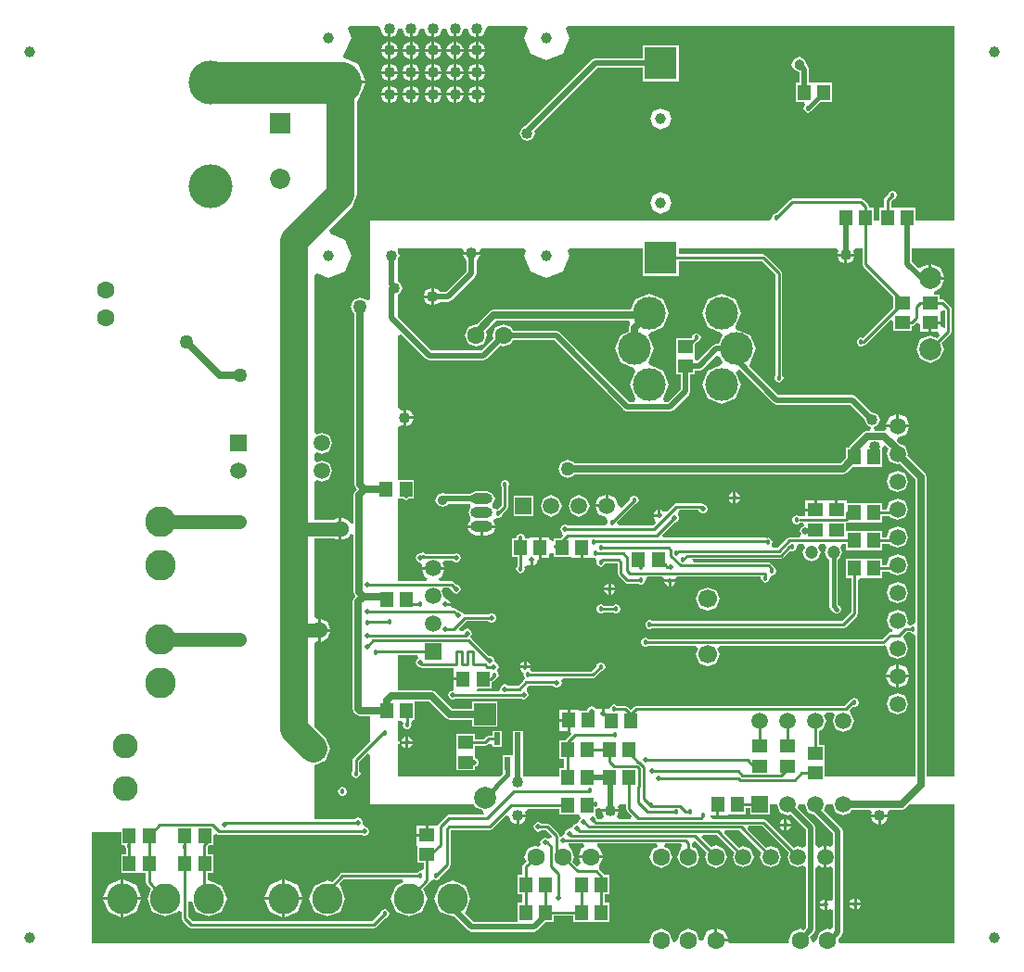
<source format=gbl>
%FSLAX25Y25*%
%MOIN*%
G70*
G01*
G75*
G04 Layer_Physical_Order=2*
G04 Layer_Color=16711680*
%ADD10R,0.04134X0.09449*%
%ADD11R,0.41929X0.35039*%
%ADD12R,0.01181X0.05906*%
%ADD13R,0.05906X0.01181*%
%ADD14R,0.04724X0.05512*%
%ADD15R,0.07874X0.03937*%
%ADD16O,0.02756X0.09843*%
%ADD17R,0.02362X0.04528*%
%ADD18R,0.11221X0.08465*%
%ADD19R,0.08465X0.11221*%
%ADD20R,0.12992X0.09449*%
%ADD21R,0.03937X0.09449*%
%ADD22O,0.02362X0.08858*%
%ADD23O,0.08858X0.02362*%
%ADD24R,0.06693X0.06693*%
%ADD25R,0.05512X0.04724*%
%ADD26R,0.06693X0.06693*%
%ADD27O,0.00984X0.06102*%
%ADD28O,0.06102X0.00984*%
%ADD29R,0.23228X0.21654*%
%ADD30R,0.07087X0.03543*%
%ADD31R,0.20276X0.09252*%
%ADD32C,0.01000*%
%ADD33C,0.02500*%
%ADD34C,0.02000*%
%ADD35C,0.05000*%
%ADD36C,0.15000*%
%ADD37C,0.10000*%
%ADD38C,0.01500*%
%ADD39C,0.07874*%
%ADD40C,0.06299*%
%ADD41R,0.05906X0.05906*%
%ADD42C,0.05906*%
%ADD43C,0.11000*%
%ADD44C,0.15748*%
%ADD45R,0.05906X0.05906*%
%ADD46C,0.03937*%
%ADD47C,0.07284*%
%ADD48R,0.07284X0.07284*%
%ADD49O,0.07874X0.03937*%
%ADD50O,0.07874X0.03937*%
%ADD51C,0.11811*%
%ADD52C,0.04724*%
%ADD53R,0.07874X0.07874*%
%ADD54C,0.07874*%
%ADD55C,0.06693*%
%ADD56C,0.09000*%
%ADD57C,0.02000*%
%ADD58C,0.04000*%
%ADD59C,0.01800*%
%ADD60C,0.05000*%
%ADD61C,0.06000*%
%ADD62C,0.03800*%
%ADD63C,0.02500*%
%ADD64C,0.03600*%
%ADD65C,0.15000*%
%ADD66R,0.11811X0.11811*%
G36*
X348110Y13701D02*
X306985D01*
X306329Y14683D01*
X306460Y15000D01*
X306269Y15461D01*
X307392Y16583D01*
X307899Y17808D01*
Y54192D01*
X307392Y55417D01*
X301121Y61687D01*
X301956Y63701D01*
X304265D01*
X305391Y60982D01*
X308110Y59855D01*
X310829Y60982D01*
X311126Y61698D01*
X317628D01*
X318284Y60716D01*
X318070Y60201D01*
X324150D01*
X323937Y60716D01*
X324593Y61698D01*
X328910D01*
X330326Y62285D01*
X331742Y63701D01*
X348110D01*
Y13701D01*
D02*
G37*
G36*
X229912Y62309D02*
X230260Y61467D01*
X232145Y59583D01*
X231693Y58491D01*
X227386D01*
X226808Y59673D01*
X227399Y61100D01*
X221319D01*
X221910Y59673D01*
X221332Y58491D01*
X219653D01*
X219400Y59102D01*
X219065Y60144D01*
X219065Y60144D01*
X219065D01*
X219065Y60144D01*
Y62047D01*
X219110Y62077D01*
X220222Y62538D01*
X221186Y62100D01*
X227399D01*
X227143Y62719D01*
X227799Y63701D01*
X229912D01*
Y62309D01*
D02*
G37*
G36*
X285391Y60982D02*
X288110Y59855D01*
X289098Y60264D01*
X294627Y54735D01*
Y48941D01*
X293446Y48152D01*
X291772Y48845D01*
X290243Y48212D01*
X280313Y58143D01*
X279471Y58491D01*
X261202D01*
X260338Y59673D01*
X260353Y59718D01*
X260561Y59945D01*
X262467D01*
Y63701D01*
X263467D01*
Y59945D01*
X266076D01*
X266076D01*
X266329Y59945D01*
Y59945D01*
X266329Y59945D01*
X267082Y60340D01*
X267083Y60340D01*
X267084Y60341D01*
X267091Y60345D01*
X268272Y60345D01*
X273016D01*
Y62510D01*
X274557D01*
Y60148D01*
X281663D01*
Y63701D01*
X284265D01*
X285391Y60982D01*
D02*
G37*
G36*
X348110Y73701D02*
X338113D01*
Y181449D01*
X337698Y182450D01*
X337526Y182865D01*
X331108Y189283D01*
X331405Y190000D01*
X330278Y192719D01*
X328307Y193535D01*
X327213Y194630D01*
X327724Y195790D01*
X330584Y196975D01*
X331630Y199500D01*
X323488D01*
X323593Y199245D01*
X322689Y198341D01*
X322660Y198353D01*
X319343D01*
X319108Y199534D01*
X320500Y200111D01*
X321324Y202101D01*
X320500Y204091D01*
X318510Y204915D01*
X318252Y204808D01*
X312535Y210525D01*
X311310Y211033D01*
X284828D01*
X274317Y221543D01*
X274548Y222702D01*
X274597Y222722D01*
X276659Y227701D01*
X274597Y232680D01*
X269784Y234673D01*
X269478Y235226D01*
X269303Y235834D01*
X271297Y240646D01*
X269234Y245625D01*
X264255Y247687D01*
X259276Y245625D01*
X257214Y240646D01*
X259276Y235667D01*
X264089Y233674D01*
X264394Y233120D01*
X264569Y232513D01*
X263293Y229433D01*
X262510D01*
X261286Y228925D01*
X255847Y223487D01*
X254666Y223766D01*
Y224501D01*
X254666Y224520D01*
Y225101D01*
Y225682D01*
X254666Y225701D01*
Y229373D01*
X255413Y230120D01*
X256458Y230553D01*
X256934Y231701D01*
X256458Y232849D01*
X255310Y233324D01*
X254162Y232849D01*
X253729Y231804D01*
X253532Y231606D01*
X247954D01*
Y225701D01*
X247954Y225682D01*
Y225101D01*
Y224520D01*
X247954Y224501D01*
Y218595D01*
X249578D01*
Y213218D01*
X244993Y208633D01*
X243572D01*
X243344Y209777D01*
X245407Y214756D01*
X243344Y219735D01*
X238532Y221728D01*
X238226Y222281D01*
X238051Y222888D01*
X240045Y227701D01*
X238051Y232513D01*
X238226Y233120D01*
X238532Y233674D01*
X243344Y235667D01*
X245407Y240646D01*
X243344Y245625D01*
X238365Y247687D01*
X233386Y245625D01*
X231762Y241703D01*
X182510D01*
X181094Y241117D01*
X176412Y236434D01*
X176110Y236559D01*
X173240Y235371D01*
X172052Y232501D01*
X173240Y229631D01*
X176110Y228442D01*
X178980Y229631D01*
X180169Y232501D01*
X179575Y233934D01*
X183340Y237698D01*
X230915D01*
X231226Y237237D01*
X231512Y236517D01*
X231001Y235284D01*
Y233913D01*
X228024Y232680D01*
X225962Y227701D01*
X228024Y222722D01*
X232837Y220728D01*
X233142Y220175D01*
X233317Y219568D01*
X231324Y214756D01*
X233386Y209777D01*
X233159Y208633D01*
X231228D01*
X206135Y233725D01*
X204910Y234233D01*
X189294D01*
X188823Y235371D01*
X185953Y236559D01*
X183083Y235371D01*
X181894Y232501D01*
X182366Y231363D01*
X178035Y227033D01*
X160028D01*
X148110Y238950D01*
Y247325D01*
X148799Y247610D01*
X149624Y249600D01*
X148799Y251590D01*
X148110Y251875D01*
Y260301D01*
X148524Y261301D01*
X148110Y262301D01*
Y263701D01*
X170863D01*
X171519Y262719D01*
X171470Y262601D01*
X177550D01*
X177501Y262719D01*
X178158Y263701D01*
X193345D01*
X194002Y262719D01*
X193389Y261240D01*
X195764Y255508D01*
X201496Y253133D01*
X207228Y255508D01*
X209603Y261240D01*
X208991Y262719D01*
X209647Y263701D01*
X236005D01*
Y253995D01*
X249016D01*
Y259310D01*
X278817D01*
X283720Y254408D01*
Y218346D01*
X283287Y217301D01*
X283762Y216153D01*
X284910Y215677D01*
X286058Y216153D01*
X286534Y217301D01*
X286101Y218346D01*
Y254901D01*
X285752Y255743D01*
X280152Y261343D01*
X279310Y261691D01*
X249016D01*
Y263701D01*
X305656D01*
X306312Y262719D01*
X305976Y261906D01*
X312056D01*
X311719Y262719D01*
X312375Y263701D01*
X314912D01*
Y258109D01*
X315261Y257267D01*
X325955Y246572D01*
Y242521D01*
X314969Y231535D01*
X314510Y231724D01*
X313362Y231249D01*
X312887Y230101D01*
X313362Y228953D01*
X314510Y228477D01*
X315658Y228953D01*
X315728Y229121D01*
X316061Y229259D01*
X324864Y238062D01*
X325955Y237610D01*
Y234144D01*
X332667D01*
Y235916D01*
X332716D01*
X333558Y236264D01*
X334374Y237081D01*
X335555Y236592D01*
Y233744D01*
X338811D01*
Y237106D01*
X339311D01*
Y237606D01*
X343067D01*
Y240215D01*
X343067Y240469D01*
X343067D01*
X342946Y240699D01*
X343055Y241063D01*
X344415Y241491D01*
X344520Y241408D01*
Y235346D01*
X344248Y235164D01*
X343067Y235796D01*
Y236606D01*
X339811D01*
Y233744D01*
X342142D01*
X342631Y232563D01*
X341593Y231525D01*
X339311Y232470D01*
X335839Y231032D01*
X334400Y227559D01*
X335839Y224087D01*
X339311Y222648D01*
X342784Y224087D01*
X344222Y227559D01*
X343277Y229841D01*
X346552Y233116D01*
X346901Y233958D01*
Y242101D01*
X346552Y242943D01*
X344460Y245035D01*
X343618Y245384D01*
X342667D01*
Y247155D01*
X340827D01*
X340592Y248336D01*
X343090Y249371D01*
X344448Y252650D01*
X339311D01*
Y253150D01*
X338811D01*
Y258286D01*
X335532Y256928D01*
X335032Y256829D01*
X332834Y259026D01*
Y263701D01*
X348110D01*
Y73701D01*
D02*
G37*
G36*
X295391Y60982D02*
X298015Y59895D01*
X304435Y53475D01*
Y49173D01*
X303453Y48517D01*
X302114Y49071D01*
Y45000D01*
Y40929D01*
X303453Y41483D01*
X304435Y40827D01*
Y29435D01*
X303254Y29200D01*
X303241Y29232D01*
X302210Y29658D01*
Y27701D01*
Y25743D01*
X303241Y26170D01*
X303254Y26202D01*
X304435Y25967D01*
Y19495D01*
X303254Y18706D01*
X302402Y19059D01*
X299532Y17870D01*
X298343Y15000D01*
X297480Y14265D01*
X296618Y15000D01*
X296146Y16138D01*
X297584Y17575D01*
X298091Y18800D01*
Y40930D01*
X299272Y41692D01*
X301114Y40929D01*
Y45000D01*
Y49071D01*
X299272Y48308D01*
X298091Y49071D01*
Y55452D01*
X297584Y56677D01*
X291588Y62672D01*
X292015Y63701D01*
X294265D01*
X295391Y60982D01*
D02*
G37*
G36*
X158086Y224076D02*
X159310Y223569D01*
X178753D01*
X179977Y224076D01*
X184815Y228914D01*
X185953Y228442D01*
X188823Y229631D01*
X189294Y230769D01*
X204193D01*
X229286Y205676D01*
X230510Y205169D01*
X245710D01*
X246935Y205676D01*
X252535Y211276D01*
X253042Y212501D01*
Y218595D01*
X254666D01*
Y219826D01*
X256367D01*
X257592Y220333D01*
X262370Y225111D01*
X263763Y224834D01*
X264569Y222888D01*
X264089Y221728D01*
X259276Y219735D01*
X257214Y214756D01*
X259276Y209777D01*
X264255Y207714D01*
X269234Y209777D01*
X271297Y214756D01*
X269450Y219214D01*
X270255Y220160D01*
X270813Y220149D01*
X282886Y208076D01*
X284110Y207569D01*
X310593D01*
X315803Y202359D01*
X315696Y202101D01*
X316520Y200111D01*
X317912Y199534D01*
X317677Y198353D01*
X316760D01*
X315344Y197767D01*
X310651Y193073D01*
X310230Y192057D01*
X309105D01*
Y188570D01*
X307038Y186503D01*
X211514D01*
X211361Y186873D01*
X208988Y187856D01*
X206615Y186873D01*
X205633Y184501D01*
X206615Y182128D01*
X208988Y181145D01*
X211361Y182128D01*
X211514Y182498D01*
X307867D01*
X309283Y183085D01*
X311543Y185345D01*
X315010D01*
X315029Y185345D01*
Y185345D01*
X316191D01*
Y185345D01*
X322116D01*
Y192057D01*
X322116D01*
X322116Y192057D01*
X322988Y192876D01*
X323208Y192971D01*
X324436Y191744D01*
X323714Y190000D01*
X324840Y187281D01*
X327559Y186155D01*
X328276Y186451D01*
X334108Y180619D01*
Y129307D01*
X332927Y128518D01*
X332910Y128524D01*
X331898Y128105D01*
X331569Y128253D01*
X331021Y129074D01*
X331405Y130000D01*
X330278Y132719D01*
X327559Y133845D01*
X324840Y132719D01*
X323714Y130000D01*
X324840Y127281D01*
X325826Y126873D01*
X325591Y125691D01*
X324910D01*
X324068Y125343D01*
X322017Y123292D01*
X261264D01*
X261152Y123338D01*
X257469D01*
X257356Y123292D01*
X237955D01*
X236910Y123724D01*
X235762Y123249D01*
X235287Y122101D01*
X235762Y120953D01*
X236910Y120477D01*
X237955Y120910D01*
X255090D01*
X255879Y119729D01*
X255039Y117701D01*
X256290Y114680D01*
X259310Y113429D01*
X262331Y114680D01*
X263582Y117701D01*
X262742Y119729D01*
X263531Y120910D01*
X322510D01*
X322875Y121061D01*
X323779Y120157D01*
X323714Y120000D01*
X324840Y117281D01*
X327559Y116155D01*
X330278Y117281D01*
X331405Y120000D01*
X330278Y122719D01*
X329857Y122894D01*
X329580Y124287D01*
X331003Y125710D01*
X331865D01*
X332910Y125277D01*
X332927Y125284D01*
X334108Y124495D01*
Y73701D01*
X301466D01*
Y78120D01*
X301466D01*
Y79282D01*
X301466D01*
Y85206D01*
X299301D01*
Y90349D01*
X300829Y90982D01*
X301956Y93701D01*
X301116Y95729D01*
X301882Y96910D01*
X304338D01*
X305105Y95729D01*
X304265Y93701D01*
X305391Y90982D01*
X308110Y89855D01*
X310829Y90982D01*
X311956Y93701D01*
X310829Y96420D01*
X310656Y96492D01*
X310379Y97885D01*
X311587Y99094D01*
X312110Y98877D01*
X313258Y99353D01*
X313734Y100501D01*
X313258Y101649D01*
X312110Y102124D01*
X310962Y101649D01*
X310911Y101526D01*
X310468Y101343D01*
X308417Y99291D01*
X233710D01*
X232868Y98943D01*
X231710Y97785D01*
X230552Y98943D01*
X229710Y99291D01*
X226755D01*
X225710Y99724D01*
X224562Y99249D01*
X224271Y98545D01*
X223420Y98121D01*
X222995Y98133D01*
X222210Y98458D01*
Y96501D01*
X221210D01*
Y98458D01*
X220383Y98116D01*
X219765Y98134D01*
X219020Y98319D01*
X218935Y98525D01*
X217710Y99033D01*
X216486Y98525D01*
X216043Y97457D01*
X213910D01*
X213745Y97457D01*
X212729Y97857D01*
X212712D01*
X212476Y97857D01*
X209867D01*
Y94101D01*
Y90345D01*
X209912D01*
X210401Y89164D01*
X208174Y86936D01*
X208141Y86856D01*
X206054D01*
Y80144D01*
X207825D01*
Y76856D01*
X206054D01*
Y73701D01*
X193154D01*
X193141Y73732D01*
X192883Y73839D01*
Y84615D01*
X192932D01*
Y90343D01*
X189370D01*
Y84615D01*
X189419D01*
Y82571D01*
X189192Y81484D01*
X185630D01*
Y75757D01*
X185630Y75757D01*
X185630D01*
X185523Y74620D01*
X184604Y73701D01*
X148110D01*
Y85514D01*
X148811Y85653D01*
Y86549D01*
X148110Y86688D01*
Y92975D01*
X148130Y93745D01*
X149316Y93907D01*
X149878Y92963D01*
X149687Y92501D01*
X150162Y91353D01*
X151310Y90877D01*
X152458Y91353D01*
X152934Y92501D01*
X152742Y92963D01*
X153446Y94144D01*
X154065D01*
Y99717D01*
X154065Y100856D01*
X155228Y100898D01*
X159281D01*
X165334Y94845D01*
X166750Y94259D01*
X174773D01*
Y91724D01*
X183847D01*
Y100798D01*
X174773D01*
Y98264D01*
X167579D01*
X161526Y104317D01*
X160110Y104903D01*
X148110D01*
Y117510D01*
X155142D01*
X155377Y116329D01*
X154886Y116125D01*
X154378Y114901D01*
X154886Y113676D01*
X156110Y113169D01*
X156249Y113226D01*
X156838Y112983D01*
X167066D01*
X168154Y112756D01*
Y112719D01*
X168154Y111802D01*
Y109500D01*
X171516D01*
Y108500D01*
X168154D01*
Y106024D01*
X168108Y105880D01*
X167852Y105065D01*
X167205Y104682D01*
X166586Y104425D01*
X166078Y103201D01*
X166586Y101976D01*
X167810Y101469D01*
X169035Y101976D01*
X169049Y102010D01*
X192065D01*
X193257Y101516D01*
X194482Y102023D01*
X194989Y103248D01*
X194482Y104473D01*
X194463Y104481D01*
X194213Y105620D01*
X194988Y106510D01*
X203805D01*
X203913Y106249D01*
X205138Y105742D01*
X206362Y106249D01*
X206870Y107473D01*
X206640Y108028D01*
X207394Y109209D01*
X218009D01*
X218851Y109558D01*
X221013Y111720D01*
X222058Y112153D01*
X222534Y113301D01*
X222058Y114449D01*
X220910Y114924D01*
X219762Y114449D01*
X219329Y113404D01*
X217516Y111591D01*
X196337D01*
X195494Y112643D01*
X195560Y112801D01*
X191861D01*
X192256Y111847D01*
X192747Y111644D01*
X193199Y110552D01*
X193135Y110400D01*
X193402Y109757D01*
X193611Y109252D01*
X193049Y108271D01*
X191270Y106491D01*
X187749D01*
X187735Y106525D01*
X186510Y107033D01*
X185286Y106525D01*
X184778Y105301D01*
X184171Y104392D01*
X176513D01*
X176207Y104919D01*
X176801Y105644D01*
X181565D01*
Y107874D01*
X182251Y108158D01*
X182748Y108655D01*
X183794Y109088D01*
X184269Y110236D01*
X183993Y110905D01*
X183735Y112076D01*
X184242Y113301D01*
X183735Y114525D01*
X183009Y114826D01*
X182740Y115475D01*
X182232Y116700D01*
X181008Y117207D01*
X180731Y117092D01*
X174712Y123111D01*
X174135Y124076D01*
X174642Y125301D01*
X174135Y126525D01*
X172910Y127033D01*
X171686Y126525D01*
X171493Y126061D01*
X170451D01*
X170012Y127119D01*
X172603Y129710D01*
X180472D01*
X180486Y129676D01*
X181710Y129169D01*
X182935Y129676D01*
X183442Y130901D01*
X182935Y132125D01*
X181710Y132633D01*
X180486Y132125D01*
X180472Y132091D01*
X172110D01*
X170969Y132842D01*
X170935Y132925D01*
X169710Y133433D01*
X169676Y133419D01*
X168952Y134143D01*
X168110Y134492D01*
X167637D01*
X167163Y135201D01*
X164910D01*
Y136201D01*
X166868D01*
X166441Y137232D01*
X164910Y137866D01*
X164366Y138918D01*
X163698Y140529D01*
X164488Y141710D01*
X166087D01*
X167178Y141301D01*
X167686Y140076D01*
X168910Y139569D01*
X170135Y140076D01*
X170642Y141301D01*
X170135Y142525D01*
X168910Y143033D01*
X168876Y143019D01*
X168152Y143743D01*
X167310Y144091D01*
X162898D01*
X162663Y145273D01*
X163636Y145676D01*
X164682Y148201D01*
X156539D01*
X157585Y145676D01*
X158558Y145273D01*
X158323Y144091D01*
X148110D01*
Y173945D01*
X149626D01*
X149706Y173753D01*
X150854Y173277D01*
X152002Y173753D01*
X152081Y173945D01*
X153816D01*
Y180657D01*
X148110D01*
Y199369D01*
X149291Y200159D01*
X150010Y199861D01*
Y202901D01*
Y205941D01*
X149291Y205643D01*
X148110Y206432D01*
Y232508D01*
X149202Y232961D01*
X158086Y224076D01*
D02*
G37*
G36*
X348110Y273701D02*
X334065D01*
Y278356D01*
X328140D01*
Y278356D01*
X326978D01*
Y278356D01*
X325206D01*
Y280713D01*
X325813Y281320D01*
X326858Y281753D01*
X327334Y282901D01*
X326858Y284049D01*
X325710Y284524D01*
X324562Y284049D01*
X324129Y283004D01*
X323174Y282048D01*
X322825Y281206D01*
Y278356D01*
X321054D01*
Y273701D01*
X319065D01*
Y278356D01*
X317293D01*
Y278909D01*
X316944Y279751D01*
X315352Y281343D01*
X314510Y281692D01*
X289710D01*
X288868Y281343D01*
X284008Y276482D01*
X282962Y276049D01*
X282487Y274901D01*
X282494Y274882D01*
X281705Y273701D01*
X138110D01*
Y245397D01*
X136929Y245162D01*
X136883Y245273D01*
X134510Y246256D01*
X132138Y245273D01*
X131155Y242901D01*
X132138Y240528D01*
X132508Y240375D01*
Y178901D01*
X133094Y177485D01*
X133278Y177301D01*
X132644Y176667D01*
X132058Y175251D01*
Y164978D01*
X130877Y164743D01*
X130372Y165962D01*
X127810Y167023D01*
Y162901D01*
Y158778D01*
X130372Y159839D01*
X130877Y161058D01*
X132058Y160824D01*
Y140151D01*
X132644Y138735D01*
X132752Y138628D01*
X132294Y138170D01*
X131708Y136754D01*
Y98101D01*
X132294Y96685D01*
X132895Y96084D01*
X134311Y95498D01*
X138110D01*
Y86585D01*
X132068Y80543D01*
X131720Y79701D01*
Y75946D01*
X131287Y74901D01*
X131762Y73753D01*
X132910Y73277D01*
X134058Y73753D01*
X134534Y74901D01*
X134101Y75946D01*
Y79208D01*
X137019Y82126D01*
X138110Y81674D01*
Y63701D01*
X175493D01*
X175838Y62868D01*
X178380Y61815D01*
X178930Y60338D01*
X178798Y60092D01*
X166510D01*
X165668Y59743D01*
X163006Y57081D01*
X162468Y56543D01*
X162468Y56543D01*
X162266Y56206D01*
X159010D01*
Y52844D01*
X158510D01*
Y52344D01*
X154754D01*
Y49482D01*
X154754D01*
X154754Y49482D01*
X154754Y49482D01*
X154754Y49482D01*
X155154Y48467D01*
D01*
Y42795D01*
X157320D01*
Y40502D01*
X156139Y39713D01*
X156110Y39724D01*
X155065Y39292D01*
X128110D01*
X127515Y39045D01*
X127268Y38943D01*
X124234Y35909D01*
X122559Y36603D01*
X117890Y34669D01*
X115956Y30000D01*
X117890Y25331D01*
X122559Y23397D01*
X127228Y25331D01*
X129162Y30000D01*
X127228Y34669D01*
X127084Y35391D01*
X128603Y36910D01*
X149625D01*
X149860Y35729D01*
X147300Y34669D01*
X145366Y30000D01*
X147300Y25331D01*
X151969Y23397D01*
X156637Y25331D01*
X158571Y30000D01*
X157131Y33478D01*
X159352Y35700D01*
X159622Y36350D01*
X160049Y36624D01*
X160882Y36820D01*
X161710Y36477D01*
X162858Y36953D01*
X163291Y37998D01*
X166552Y41259D01*
X166654Y41506D01*
X166901Y42101D01*
Y54408D01*
X167004Y54510D01*
X180910D01*
X181752Y54859D01*
X186772Y59879D01*
X187981Y59417D01*
X188814Y57405D01*
X190610Y56661D01*
Y59701D01*
X191110D01*
Y60201D01*
X194150D01*
X193766Y61128D01*
X194555Y62309D01*
X206054D01*
Y60144D01*
X211978D01*
Y60144D01*
X213140D01*
X213257Y59988D01*
X213534Y58825D01*
X213145Y57885D01*
X212661Y57298D01*
X212074Y56814D01*
X211135Y56425D01*
X210886Y55824D01*
X209710Y55033D01*
X208486Y54525D01*
X208096Y53585D01*
X207310Y52633D01*
X206442Y52273D01*
X206101Y52501D01*
X205752Y53343D01*
X202552Y56543D01*
X201710Y56892D01*
X199749D01*
X199735Y56925D01*
X198510Y57433D01*
X197286Y56925D01*
X196779Y55701D01*
X197286Y54476D01*
X198510Y53969D01*
X199735Y54476D01*
X199749Y54510D01*
X201217D01*
X203318Y52410D01*
X203226Y51771D01*
X201978Y51390D01*
X200910Y51833D01*
X199686Y51325D01*
X199179Y50101D01*
X199396Y49576D01*
X198492Y48672D01*
X197559Y49059D01*
X194689Y47870D01*
X193501Y45000D01*
X194196Y43321D01*
X193174Y42299D01*
X192825Y41457D01*
Y38356D01*
X191054D01*
Y31644D01*
X192825D01*
Y28356D01*
X191054D01*
Y21644D01*
X189960Y21433D01*
X175228D01*
X172079Y24582D01*
X172228Y25331D01*
X174162Y30000D01*
X172228Y34669D01*
X167559Y36603D01*
X162890Y34669D01*
X160957Y30000D01*
X162890Y25331D01*
X167559Y23397D01*
X168129Y23633D01*
X173286Y18476D01*
X174510Y17969D01*
X196910D01*
X198135Y18476D01*
X201303Y21644D01*
X204065D01*
Y23809D01*
X211054D01*
Y21644D01*
X216959D01*
X216978Y21644D01*
X217559D01*
X218140D01*
X218159Y21644D01*
X224065D01*
Y28356D01*
X222293D01*
Y31644D01*
X224065D01*
Y38356D01*
X222108D01*
X221944Y38751D01*
X220229Y40466D01*
X220201Y41004D01*
X220283Y41767D01*
X220420Y41824D01*
X221529Y44500D01*
X212960D01*
X213573Y43019D01*
X212850Y41677D01*
X212479Y41606D01*
X210765Y43321D01*
X211460Y45000D01*
X210272Y47870D01*
X209800Y48065D01*
X209287Y49556D01*
X209375Y49710D01*
X214686D01*
X214921Y48529D01*
X214068Y48176D01*
X212960Y45500D01*
X221529D01*
X220420Y48176D01*
X219568Y48529D01*
X219803Y49710D01*
X241046D01*
X241281Y48529D01*
X239689Y47870D01*
X238501Y45000D01*
X239689Y42130D01*
X242559Y40942D01*
X245429Y42130D01*
X246618Y45000D01*
X245429Y47870D01*
X243837Y48529D01*
X244072Y49710D01*
X249686D01*
X250005Y49344D01*
X249673Y47928D01*
X249532Y47870D01*
X248343Y45000D01*
X249532Y42130D01*
X252402Y40942D01*
X255272Y42130D01*
X256460Y45000D01*
X255272Y47870D01*
X253592Y48565D01*
Y49810D01*
X254600Y50462D01*
X255039Y50522D01*
X258881Y46679D01*
X258186Y45000D01*
X259374Y42130D01*
X262244Y40942D01*
X265114Y42130D01*
X266303Y45000D01*
X265114Y47870D01*
X262244Y49059D01*
X260565Y48363D01*
X257109Y51819D01*
X257561Y52910D01*
X262493D01*
X268874Y46529D01*
X268241Y45000D01*
X269368Y42281D01*
X272087Y41155D01*
X274806Y42281D01*
X275932Y45000D01*
X274806Y47719D01*
X272087Y48845D01*
X270558Y48212D01*
X265352Y53419D01*
X265804Y54510D01*
X270735D01*
X278717Y46529D01*
X278084Y45000D01*
X279210Y42281D01*
X281929Y41155D01*
X284648Y42281D01*
X285775Y45000D01*
X284648Y47719D01*
X281929Y48845D01*
X280401Y48212D01*
X273594Y55019D01*
X274046Y56110D01*
X278978D01*
X288559Y46529D01*
X287926Y45000D01*
X289053Y42281D01*
X291772Y41155D01*
X293446Y41848D01*
X294627Y41059D01*
Y19517D01*
X293697Y18587D01*
X292559Y19059D01*
X289689Y17870D01*
X288501Y15000D01*
X288632Y14683D01*
X287976Y13701D01*
X267261D01*
X266726Y14500D01*
X262244D01*
Y15000D01*
X261744D01*
Y19284D01*
X259068Y18176D01*
X257753Y15000D01*
X257106Y14752D01*
X256460Y15000D01*
X255272Y17870D01*
X252402Y19059D01*
X249532Y17870D01*
X248343Y15000D01*
X247480Y14265D01*
X246618Y15000D01*
X245429Y17870D01*
X242559Y19059D01*
X239689Y17870D01*
X238501Y15000D01*
X238632Y14683D01*
X237976Y13701D01*
X38110D01*
Y53701D01*
X48554D01*
Y49144D01*
X49600D01*
X49892Y48706D01*
X50325Y47661D01*
Y45856D01*
X48554D01*
Y39144D01*
X54478D01*
Y39144D01*
X55640D01*
Y39144D01*
X57412D01*
Y35866D01*
X57761Y35024D01*
X59307Y33478D01*
X57866Y30000D01*
X59800Y25331D01*
X64469Y23397D01*
X69137Y25331D01*
X69167Y25402D01*
X70325Y25172D01*
Y22695D01*
X70674Y21853D01*
X72868Y19659D01*
X73710Y19310D01*
X139310D01*
X140152Y19659D01*
X143413Y22920D01*
X144458Y23353D01*
X144934Y24501D01*
X144458Y25649D01*
X143310Y26124D01*
X142162Y25649D01*
X141729Y24604D01*
X138817Y21691D01*
X74203D01*
X72706Y23189D01*
Y28725D01*
X73887Y28960D01*
X75390Y25331D01*
X80059Y23397D01*
X84728Y25331D01*
X86662Y30000D01*
X84728Y34669D01*
X80059Y36603D01*
X79701Y36842D01*
Y39144D01*
X81565D01*
Y45856D01*
X79701D01*
Y48808D01*
X80037Y49144D01*
X81565D01*
Y50231D01*
X81842Y50901D01*
X81565Y51571D01*
Y52858D01*
X82746Y53347D01*
X82833Y53259D01*
X83675Y52910D01*
X134872D01*
X134886Y52876D01*
X136110Y52369D01*
X137335Y52876D01*
X137842Y54101D01*
X137335Y55325D01*
X136110Y55833D01*
X135209Y56738D01*
X135442Y57301D01*
X134935Y58525D01*
X133710Y59033D01*
X132486Y58525D01*
X132472Y58491D01*
X118110D01*
Y77805D01*
X121996Y79415D01*
X123772Y83701D01*
X121996Y87987D01*
X118110Y91873D01*
Y121737D01*
X119092Y122393D01*
X119186Y122354D01*
Y126476D01*
Y130599D01*
X119092Y130560D01*
X118110Y131216D01*
Y159545D01*
X124959D01*
X126810Y158778D01*
Y162901D01*
Y167023D01*
X124959Y166256D01*
X118110D01*
Y179828D01*
X119092Y180484D01*
X120610Y179855D01*
X123329Y180982D01*
X124456Y183701D01*
X123329Y186420D01*
X120610Y187546D01*
X119092Y186918D01*
X118110Y187574D01*
Y189828D01*
X119092Y190484D01*
X120610Y189855D01*
X123329Y190982D01*
X124456Y193701D01*
X123329Y196420D01*
X120610Y197546D01*
X119092Y196918D01*
X118110Y197574D01*
Y254158D01*
X119092Y254814D01*
X123150Y253133D01*
X128882Y255508D01*
X131256Y261240D01*
X128882Y266973D01*
X123635Y269146D01*
X123257Y270438D01*
X131596Y278778D01*
X133372Y283064D01*
Y316913D01*
X133816Y317097D01*
X136303Y323102D01*
X127310D01*
Y324102D01*
X136303D01*
X133816Y330108D01*
X128329Y332381D01*
Y333659D01*
X128832Y333868D01*
X131207Y339600D01*
X129915Y342719D01*
X130571Y343701D01*
X141129D01*
X141663Y342901D01*
X142614Y340605D01*
X144410Y339861D01*
Y342901D01*
X145410D01*
Y339861D01*
X147206Y340605D01*
X148142Y342863D01*
X148231Y342901D01*
X149464D01*
X149553Y342863D01*
X150488Y340605D01*
X152284Y339861D01*
Y342901D01*
X153284D01*
Y339861D01*
X155080Y340605D01*
X156016Y342863D01*
X156105Y342901D01*
X157338D01*
X157427Y342863D01*
X158362Y340605D01*
X160158Y339861D01*
Y342901D01*
X161158D01*
Y339861D01*
X162954Y340605D01*
X163890Y342863D01*
X163979Y342901D01*
X165212D01*
X165301Y342863D01*
X166236Y340605D01*
X168032Y339861D01*
Y342901D01*
X169032D01*
Y339861D01*
X170828Y340605D01*
X171764Y342863D01*
X171853Y342901D01*
X173086D01*
X173175Y342863D01*
X174110Y340605D01*
X175906Y339861D01*
Y342901D01*
X176906D01*
Y339861D01*
X178702Y340605D01*
X179654Y342901D01*
X180188Y343701D01*
X194030D01*
X194687Y342719D01*
X193389Y339587D01*
X195764Y333854D01*
X201496Y331480D01*
X207228Y333854D01*
X209603Y339587D01*
X208306Y342719D01*
X208962Y343701D01*
X348110D01*
Y273701D01*
D02*
G37*
%LPC*%
G36*
X223610Y143259D02*
X222580Y142832D01*
X222153Y141801D01*
X223610D01*
Y143259D01*
D02*
G37*
G36*
X224610D02*
Y141801D01*
X226068D01*
X225641Y142832D01*
X224610Y143259D01*
D02*
G37*
G36*
X192067Y161281D02*
X190919Y160806D01*
X190443Y159658D01*
X190376Y159557D01*
X189105D01*
Y152845D01*
X190876D01*
Y149589D01*
X190443Y148544D01*
X190919Y147396D01*
X192067Y146921D01*
X193215Y147396D01*
X193691Y148544D01*
X193450Y149124D01*
X193632Y149574D01*
X195065Y149969D01*
X195610Y149743D01*
Y151701D01*
X196610D01*
Y149743D01*
X197641Y150170D01*
X198275Y151701D01*
X198654Y152267D01*
Y156201D01*
Y159957D01*
X196045D01*
X196045D01*
X195791Y159957D01*
Y159957D01*
X195791Y159957D01*
X195038Y159562D01*
X195037Y159561D01*
X195037Y159561D01*
X195029Y159557D01*
X193848Y159557D01*
X193758D01*
X193691Y159658D01*
X193215Y160806D01*
X192067Y161281D01*
D02*
G37*
G36*
X247758Y143800D02*
X246300D01*
Y142342D01*
X247331Y142769D01*
X247758Y143800D01*
D02*
G37*
G36*
X245300D02*
X243842D01*
X244269Y142769D01*
X245300Y142342D01*
Y143800D01*
D02*
G37*
G36*
X123808Y125976D02*
X120186D01*
Y122354D01*
X122747Y123415D01*
X123808Y125976D01*
D02*
G37*
G36*
X120186Y130599D02*
Y126976D01*
X123808D01*
X122747Y129538D01*
X120186Y130599D01*
D02*
G37*
G36*
X194210Y115150D02*
Y113801D01*
X195560D01*
X195165Y114755D01*
X194210Y115150D01*
D02*
G37*
G36*
X328059Y114071D02*
Y110500D01*
X331630D01*
X330584Y113025D01*
X328059Y114071D01*
D02*
G37*
G36*
X193210Y115150D02*
X192256Y114755D01*
X191861Y113801D01*
X193210D01*
Y115150D01*
D02*
G37*
G36*
X223610Y140801D02*
X222153D01*
X222580Y139770D01*
X223610Y139343D01*
Y140801D01*
D02*
G37*
G36*
X226068D02*
X224610D01*
Y139343D01*
X225641Y139770D01*
X226068Y140801D01*
D02*
G37*
G36*
X327559Y143845D02*
X324840Y142719D01*
X323714Y140000D01*
X324840Y137281D01*
X327559Y136155D01*
X330278Y137281D01*
X331405Y140000D01*
X330278Y142719D01*
X327559Y143845D01*
D02*
G37*
G36*
X259310Y141972D02*
X256290Y140721D01*
X255039Y137701D01*
X256290Y134680D01*
X259310Y133429D01*
X262331Y134680D01*
X263582Y137701D01*
X262331Y140721D01*
X259310Y141972D01*
D02*
G37*
G36*
X226510Y135724D02*
X225465Y135292D01*
X221955D01*
X220910Y135724D01*
X219762Y135249D01*
X219287Y134101D01*
X219762Y132953D01*
X220910Y132477D01*
X221955Y132910D01*
X225465D01*
X226510Y132477D01*
X227658Y132953D01*
X228134Y134101D01*
X227658Y135249D01*
X226510Y135724D01*
D02*
G37*
G36*
X222610Y175272D02*
X220085Y174226D01*
X219039Y171701D01*
X222610D01*
Y175272D01*
D02*
G37*
G36*
X268410Y173601D02*
X266953D01*
X267380Y172570D01*
X268410Y172143D01*
Y173601D01*
D02*
G37*
G36*
X186510Y180524D02*
X185362Y180049D01*
X184887Y178901D01*
X185320Y177856D01*
Y171394D01*
X184008Y170082D01*
X183630Y169925D01*
X182159Y170389D01*
X182045Y170667D01*
X182119Y171914D01*
X182859Y173701D01*
X182045Y175667D01*
X180079Y176481D01*
X176142D01*
X174176Y175667D01*
X174079Y175433D01*
X165235D01*
X164110Y175899D01*
X162273Y175138D01*
X161513Y173301D01*
X162273Y171464D01*
X164110Y170703D01*
X165947Y171464D01*
X166156Y171969D01*
X174079D01*
X174176Y171735D01*
X174176Y170667D01*
X173362Y168701D01*
X173949Y167284D01*
X173870Y165973D01*
X173136Y164201D01*
X183085D01*
X182470Y165686D01*
X182700Y166380D01*
X183993Y166926D01*
X184110Y166877D01*
X185258Y167353D01*
X185691Y168398D01*
X187352Y170059D01*
X187701Y170901D01*
Y177856D01*
X188134Y178901D01*
X187658Y180049D01*
X186510Y180524D01*
D02*
G37*
G36*
X297610Y173106D02*
X294354D01*
Y170244D01*
X297610D01*
Y173106D01*
D02*
G37*
G36*
X270868Y173601D02*
X269410D01*
Y172143D01*
X270441Y172570D01*
X270868Y173601D01*
D02*
G37*
G36*
X327559Y183845D02*
X324840Y182719D01*
X323714Y180000D01*
X324840Y177281D01*
X327559Y176155D01*
X330278Y177281D01*
X331405Y180000D01*
X330278Y182719D01*
X327559Y183845D01*
D02*
G37*
G36*
X153550Y202401D02*
X151010D01*
Y199861D01*
X152806Y200605D01*
X153550Y202401D01*
D02*
G37*
G36*
X268410Y176058D02*
X267380Y175632D01*
X266953Y174601D01*
X268410D01*
Y176058D01*
D02*
G37*
G36*
X269410D02*
Y174601D01*
X270868D01*
X270441Y175632D01*
X269410Y176058D01*
D02*
G37*
G36*
X177610Y163201D02*
X173136D01*
X173870Y161429D01*
X176142Y160488D01*
X177610D01*
Y163201D01*
D02*
G37*
G36*
X183085D02*
X178610D01*
Y160488D01*
X180079D01*
X182351Y161429D01*
X183085Y163201D01*
D02*
G37*
G36*
X327559Y153846D02*
X324840Y152719D01*
X323714Y150000D01*
X323641Y149891D01*
X322116D01*
Y152057D01*
X316210D01*
X316191Y152057D01*
X315610D01*
X315029D01*
X315010Y152057D01*
X309105D01*
Y145345D01*
X310876D01*
Y132951D01*
X307617Y129692D01*
X239556D01*
X238510Y130124D01*
X237362Y129649D01*
X236887Y128501D01*
X237362Y127353D01*
X238510Y126877D01*
X239556Y127310D01*
X308110D01*
X308952Y127659D01*
X312909Y131616D01*
X313011Y131862D01*
X313258Y132457D01*
Y144510D01*
X314093Y145345D01*
X315010D01*
X315029Y145345D01*
X315610D01*
X316191D01*
X316210Y145345D01*
X322116D01*
Y147510D01*
X324745D01*
X324840Y147281D01*
X327559Y146155D01*
X330278Y147281D01*
X331405Y150000D01*
X330278Y152719D01*
X327559Y153846D01*
D02*
G37*
G36*
X156910Y154491D02*
X156196Y154196D01*
X156109Y154232D01*
X154885Y153725D01*
X154378Y152500D01*
X154885Y151276D01*
X156109Y150768D01*
X156772Y149764D01*
X156539Y149201D01*
X164682D01*
X164110Y150581D01*
X164766Y151563D01*
X167567D01*
X167686Y151276D01*
X168910Y150769D01*
X170135Y151276D01*
X170642Y152501D01*
X170135Y153725D01*
X168910Y154233D01*
X168214Y153944D01*
X157951D01*
X157752Y154143D01*
X156910Y154491D01*
D02*
G37*
G36*
X223610Y175272D02*
Y171201D01*
X223110D01*
Y170701D01*
X219039D01*
X220085Y168175D01*
X222815Y167045D01*
X223506Y165831D01*
X223287Y165301D01*
X223298Y165273D01*
X222509Y164092D01*
X209349D01*
X209335Y164125D01*
X208110Y164633D01*
X206886Y164125D01*
X206379Y162901D01*
X206886Y161676D01*
X206976Y161639D01*
X207206Y160480D01*
X206282Y159557D01*
X204105D01*
Y158765D01*
X203697Y158464D01*
X202516Y159061D01*
Y159957D01*
X199654D01*
Y156201D01*
Y152445D01*
X202516D01*
Y153940D01*
X203697Y154537D01*
X204105Y154237D01*
Y152845D01*
X208848D01*
X210029Y152845D01*
X210037Y152841D01*
X210038Y152840D01*
X210038Y152840D01*
X210791Y152445D01*
X210791Y152445D01*
Y152445D01*
X211045Y152445D01*
X213654D01*
Y156201D01*
X214654D01*
Y152445D01*
X217516D01*
X217516Y152445D01*
Y152445D01*
X218697Y152577D01*
X218733Y152563D01*
X218957Y152443D01*
X219491Y151427D01*
X219262Y150876D01*
X219738Y149728D01*
X220886Y149253D01*
X222034Y149728D01*
X222358Y150510D01*
X226817D01*
X226920Y150408D01*
Y146901D01*
X227268Y146059D01*
X229668Y143659D01*
X230510Y143310D01*
X234265D01*
X235310Y142877D01*
X236458Y143353D01*
X236934Y144501D01*
X236922Y144529D01*
X237711Y145710D01*
X243156D01*
X243765Y144800D01*
X247835D01*
X248444Y145710D01*
X278213D01*
X278487Y145301D01*
X278962Y144153D01*
X280110Y143677D01*
X281258Y144153D01*
X281734Y145301D01*
X282510Y146077D01*
X283658Y146553D01*
X284134Y147701D01*
X283658Y148849D01*
X283536Y148900D01*
X283352Y149343D01*
X282152Y150543D01*
X281310Y150891D01*
X254435D01*
X253803Y152073D01*
X253829Y152110D01*
X285573D01*
X286415Y152459D01*
X289090Y155134D01*
X289710Y154877D01*
X290858Y155353D01*
X291334Y156501D01*
X291323Y156528D01*
X291979Y157510D01*
X293559D01*
X294205Y156329D01*
X293467Y154547D01*
X294406Y152280D01*
X296673Y151341D01*
X298940Y152280D01*
X299880Y154547D01*
X299142Y156329D01*
X299788Y157510D01*
X301433D01*
X302079Y156329D01*
X301341Y154547D01*
X302280Y152280D01*
X303086Y151946D01*
Y135264D01*
X303086Y135264D01*
X303514Y134231D01*
X304500Y133245D01*
X304662Y132853D01*
X305810Y132377D01*
X306958Y132853D01*
X307434Y134001D01*
X306958Y135149D01*
X306566Y135311D01*
X306009Y135869D01*
Y151946D01*
X306815Y152280D01*
X307754Y154547D01*
X307015Y156329D01*
X307662Y157510D01*
X309105D01*
Y155345D01*
X315010D01*
X315029Y155345D01*
X315610D01*
X316191D01*
X316210Y155345D01*
X322116D01*
Y157510D01*
X324745D01*
X324840Y157281D01*
X327559Y156155D01*
X330278Y157281D01*
X331405Y160000D01*
X330278Y162719D01*
X327559Y163846D01*
X324840Y162719D01*
X323714Y160000D01*
X323641Y159891D01*
X322116D01*
Y162057D01*
X316210D01*
X316191Y162057D01*
X315610D01*
X315029D01*
X315010Y162057D01*
X309105D01*
X308966Y163180D01*
Y165091D01*
X309466D01*
X310079Y165345D01*
X315010D01*
X315029Y165345D01*
X315610D01*
X316191D01*
X316210Y165345D01*
X322116D01*
Y167510D01*
X324745D01*
X324840Y167281D01*
X327559Y166155D01*
X330278Y167281D01*
X331405Y170000D01*
X330278Y172719D01*
X327559Y173846D01*
X324840Y172719D01*
X323714Y170000D01*
X323641Y169892D01*
X322116D01*
Y172057D01*
X316210D01*
X316191Y172057D01*
X315610D01*
X315029D01*
X315010Y172057D01*
X309366D01*
Y173106D01*
X306110D01*
Y169744D01*
X305110D01*
Y173106D01*
X298610D01*
Y169744D01*
X298110D01*
Y169244D01*
X294354D01*
Y167473D01*
X292291D01*
X292105Y167395D01*
X291310Y167724D01*
X290162Y167249D01*
X289687Y166101D01*
X290162Y164953D01*
X291310Y164477D01*
X292458Y164953D01*
X292516Y165091D01*
X293809D01*
X294044Y163910D01*
X293094Y163517D01*
X292508Y162101D01*
X292934Y161073D01*
X292345Y159891D01*
X288710D01*
X287868Y159543D01*
X284417Y156091D01*
X282740D01*
X282191Y157273D01*
X282534Y158101D01*
X282058Y159249D01*
X280910Y159724D01*
X280670Y159625D01*
X280510Y159692D01*
X243328D01*
X242876Y160783D01*
X247276Y165183D01*
X247310Y165169D01*
X248535Y165676D01*
X249042Y166901D01*
X248535Y168125D01*
X248879Y169254D01*
X249267Y169710D01*
X256140D01*
X256486Y168876D01*
X257710Y168369D01*
X258935Y168876D01*
X259442Y170101D01*
X258935Y171325D01*
X257710Y171833D01*
X257623Y171796D01*
X256910Y172091D01*
X248110D01*
X247268Y171743D01*
X244600Y169074D01*
X243442Y169305D01*
X243431Y169331D01*
X242400Y169758D01*
Y167800D01*
X241900D01*
Y167300D01*
X239942D01*
X240369Y166269D01*
X240395Y166259D01*
X240626Y165100D01*
X239617Y164092D01*
X227311D01*
X226584Y165074D01*
X226566Y165273D01*
X233013Y171720D01*
X234058Y172153D01*
X234534Y173301D01*
X234058Y174449D01*
X232910Y174924D01*
X231762Y174449D01*
X231329Y173404D01*
X228300Y170375D01*
X227318Y171031D01*
X227389Y171201D01*
X226136Y174226D01*
X223610Y175272D01*
D02*
G37*
G36*
X196663Y174754D02*
X189558D01*
Y167648D01*
X196663D01*
Y174754D01*
D02*
G37*
G36*
X241400Y169758D02*
X240369Y169331D01*
X239942Y168300D01*
X241400D01*
Y169758D01*
D02*
G37*
G36*
X203110Y175046D02*
X200391Y173920D01*
X199265Y171201D01*
X200391Y168482D01*
X203110Y167355D01*
X205829Y168482D01*
X206956Y171201D01*
X205829Y173920D01*
X203110Y175046D01*
D02*
G37*
G36*
X213110D02*
X210391Y173920D01*
X209265Y171201D01*
X210391Y168482D01*
X213110Y167355D01*
X215829Y168482D01*
X216956Y171201D01*
X215829Y173920D01*
X213110Y175046D01*
D02*
G37*
G36*
X48378Y36829D02*
X43903Y34975D01*
X42050Y30500D01*
X48378D01*
Y36829D01*
D02*
G37*
G36*
X49378D02*
Y30500D01*
X55706D01*
X53853Y34975D01*
X49378Y36829D01*
D02*
G37*
G36*
X311859Y29958D02*
X310828Y29531D01*
X310401Y28500D01*
X311859D01*
Y29958D01*
D02*
G37*
G36*
X312859D02*
Y28500D01*
X314317D01*
X313890Y29531D01*
X312859Y29958D01*
D02*
G37*
G36*
X158010Y56206D02*
X154754D01*
Y53344D01*
X158010D01*
Y56206D01*
D02*
G37*
G36*
X286810Y56001D02*
X285353D01*
X285780Y54970D01*
X286810Y54543D01*
Y56001D01*
D02*
G37*
G36*
X106469Y36829D02*
X101994Y34975D01*
X100140Y30500D01*
X106469D01*
Y36829D01*
D02*
G37*
G36*
X107469D02*
Y30500D01*
X113797D01*
X111943Y34975D01*
X107469Y36829D01*
D02*
G37*
G36*
X301210Y29658D02*
X300180Y29232D01*
X299753Y28201D01*
X301210D01*
Y29658D01*
D02*
G37*
G36*
X55706Y29500D02*
X49378D01*
Y23172D01*
X53853Y25025D01*
X55706Y29500D01*
D02*
G37*
G36*
X106469D02*
X100140D01*
X101994Y25025D01*
X106469Y23172D01*
Y29500D01*
D02*
G37*
G36*
X262744Y19284D02*
Y15500D01*
X266529D01*
X265420Y18176D01*
X262744Y19284D01*
D02*
G37*
G36*
X48378Y29500D02*
X42050D01*
X43903Y25025D01*
X48378Y23172D01*
Y29500D01*
D02*
G37*
G36*
X311859Y27500D02*
X310401D01*
X310828Y26469D01*
X311859Y26042D01*
Y27500D01*
D02*
G37*
G36*
X314317D02*
X312859D01*
Y26042D01*
X313890Y26469D01*
X314317Y27500D01*
D02*
G37*
G36*
X113797Y29500D02*
X107469D01*
Y23172D01*
X111943Y25025D01*
X113797Y29500D01*
D02*
G37*
G36*
X301210Y27201D02*
X299753D01*
X300180Y26170D01*
X301210Y25743D01*
Y27201D01*
D02*
G37*
G36*
X289268Y56001D02*
X287810D01*
Y54543D01*
X288841Y54970D01*
X289268Y56001D01*
D02*
G37*
G36*
X208867Y93601D02*
X206005D01*
Y90345D01*
X208867D01*
Y93601D01*
D02*
G37*
G36*
Y97857D02*
X206005D01*
Y94601D01*
X208867D01*
Y97857D01*
D02*
G37*
G36*
X151810Y88059D02*
Y86601D01*
X153268D01*
X152841Y87632D01*
X151810Y88059D01*
D02*
G37*
G36*
X185452Y90343D02*
X181890D01*
Y88669D01*
X180688D01*
X179846Y88321D01*
X178809Y87284D01*
X175767D01*
Y89055D01*
X169055D01*
Y83150D01*
X169055Y83131D01*
Y82550D01*
Y81969D01*
X169055Y81950D01*
Y76044D01*
X175767D01*
Y77358D01*
X176535Y77676D01*
X177042Y78901D01*
X176535Y80125D01*
X175767Y80444D01*
Y81950D01*
X175767Y81969D01*
Y82550D01*
Y83131D01*
X175767Y83150D01*
Y84902D01*
X179302D01*
X180144Y85251D01*
X180709Y85816D01*
X181890Y85326D01*
Y84615D01*
X185452D01*
Y90343D01*
D02*
G37*
G36*
X331630Y109500D02*
X328059D01*
Y105929D01*
X330584Y106975D01*
X331630Y109500D01*
D02*
G37*
G36*
X327059Y114071D02*
X324534Y113025D01*
X323488Y110500D01*
X327059D01*
Y114071D01*
D02*
G37*
G36*
X327559Y103846D02*
X324840Y102719D01*
X323714Y100000D01*
X324840Y97281D01*
X327559Y96155D01*
X330278Y97281D01*
X331405Y100000D01*
X330278Y102719D01*
X327559Y103846D01*
D02*
G37*
G36*
X327059Y109500D02*
X323488D01*
X324534Y106975D01*
X327059Y105929D01*
Y109500D01*
D02*
G37*
G36*
X150810Y88059D02*
X149780Y87632D01*
X149448Y86830D01*
Y86830D01*
X149353Y86601D01*
X150810D01*
Y88059D01*
D02*
G37*
G36*
X324150Y59201D02*
X321610D01*
Y56661D01*
X323406Y57405D01*
X324150Y59201D01*
D02*
G37*
G36*
X286810Y58459D02*
X285780Y58032D01*
X285353Y57001D01*
X286810D01*
Y58459D01*
D02*
G37*
G36*
X194150Y59201D02*
X191610D01*
Y56661D01*
X193406Y57405D01*
X194150Y59201D01*
D02*
G37*
G36*
X320610D02*
X318070D01*
X318814Y57405D01*
X320610Y56661D01*
Y59201D01*
D02*
G37*
G36*
X150810Y85601D02*
X149353D01*
X149448Y85372D01*
Y85372D01*
X149780Y84570D01*
X150810Y84143D01*
Y85601D01*
D02*
G37*
G36*
X153268D02*
X151810D01*
Y84143D01*
X152841Y84570D01*
X153268Y85601D01*
D02*
G37*
G36*
X287810Y58459D02*
Y57001D01*
X289268D01*
X288841Y58032D01*
X287810Y58459D01*
D02*
G37*
G36*
X128110Y70124D02*
X126962Y69649D01*
X126487Y68501D01*
X126962Y67353D01*
X128110Y66877D01*
X129258Y67353D01*
X129734Y68501D01*
X129258Y69649D01*
X128110Y70124D01*
D02*
G37*
G36*
X161158Y330193D02*
Y327653D01*
X163698D01*
X162954Y329449D01*
X161158Y330193D01*
D02*
G37*
G36*
X168032D02*
X166236Y329449D01*
X165492Y327653D01*
X168032D01*
Y330193D01*
D02*
G37*
G36*
X153284D02*
Y327653D01*
X155824D01*
X155080Y329449D01*
X153284Y330193D01*
D02*
G37*
G36*
X160158D02*
X158362Y329449D01*
X157618Y327653D01*
X160158D01*
Y330193D01*
D02*
G37*
G36*
X169032D02*
Y327653D01*
X171572D01*
X170828Y329449D01*
X169032Y330193D01*
D02*
G37*
G36*
X144410Y334527D02*
X141870D01*
X142614Y332731D01*
X144410Y331987D01*
Y334527D01*
D02*
G37*
G36*
X147950D02*
X145410D01*
Y331987D01*
X147206Y332731D01*
X147950Y334527D01*
D02*
G37*
G36*
X175906Y330193D02*
X174110Y329449D01*
X173366Y327653D01*
X175906D01*
Y330193D01*
D02*
G37*
G36*
X176906D02*
Y327653D01*
X179446D01*
X178702Y329449D01*
X176906Y330193D01*
D02*
G37*
G36*
X168032Y326653D02*
X165492D01*
X166236Y324857D01*
X168032Y324113D01*
Y326653D01*
D02*
G37*
G36*
X171572D02*
X169032D01*
Y324113D01*
X170828Y324857D01*
X171572Y326653D01*
D02*
G37*
G36*
X160158D02*
X157618D01*
X158362Y324857D01*
X160158Y324113D01*
Y326653D01*
D02*
G37*
G36*
X163698D02*
X161158D01*
Y324113D01*
X162954Y324857D01*
X163698Y326653D01*
D02*
G37*
G36*
X175906D02*
X173366D01*
X174110Y324857D01*
X175906Y324113D01*
Y326653D01*
D02*
G37*
G36*
X145410Y330193D02*
Y327653D01*
X147950D01*
X147206Y329449D01*
X145410Y330193D01*
D02*
G37*
G36*
X152284D02*
X150488Y329449D01*
X149744Y327653D01*
X152284D01*
Y330193D01*
D02*
G37*
G36*
X179446Y326653D02*
X176906D01*
Y324113D01*
X178702Y324857D01*
X179446Y326653D01*
D02*
G37*
G36*
X144410Y330193D02*
X142614Y329449D01*
X141870Y327653D01*
X144410D01*
Y330193D01*
D02*
G37*
G36*
X153284Y338067D02*
Y335527D01*
X155824D01*
X155080Y337323D01*
X153284Y338067D01*
D02*
G37*
G36*
X160158D02*
X158362Y337323D01*
X157618Y335527D01*
X160158D01*
Y338067D01*
D02*
G37*
G36*
X145410D02*
Y335527D01*
X147950D01*
X147206Y337323D01*
X145410Y338067D01*
D02*
G37*
G36*
X152284D02*
X150488Y337323D01*
X149744Y335527D01*
X152284D01*
Y338067D01*
D02*
G37*
G36*
X161158D02*
Y335527D01*
X163698D01*
X162954Y337323D01*
X161158Y338067D01*
D02*
G37*
G36*
X175906D02*
X174110Y337323D01*
X173366Y335527D01*
X175906D01*
Y338067D01*
D02*
G37*
G36*
X176906D02*
Y335527D01*
X179446D01*
X178702Y337323D01*
X176906Y338067D01*
D02*
G37*
G36*
X168032D02*
X166236Y337323D01*
X165492Y335527D01*
X168032D01*
Y338067D01*
D02*
G37*
G36*
X169032D02*
Y335527D01*
X171572D01*
X170828Y337323D01*
X169032Y338067D01*
D02*
G37*
G36*
X160158Y334527D02*
X157618D01*
X158362Y332731D01*
X160158Y331987D01*
Y334527D01*
D02*
G37*
G36*
X163698D02*
X161158D01*
Y331987D01*
X162954Y332731D01*
X163698Y334527D01*
D02*
G37*
G36*
X152284D02*
X149744D01*
X150488Y332731D01*
X152284Y331987D01*
Y334527D01*
D02*
G37*
G36*
X155824D02*
X153284D01*
Y331987D01*
X155080Y332731D01*
X155824Y334527D01*
D02*
G37*
G36*
X168032D02*
X165492D01*
X166236Y332731D01*
X168032Y331987D01*
Y334527D01*
D02*
G37*
G36*
X179446D02*
X176906D01*
Y331987D01*
X178702Y332731D01*
X179446Y334527D01*
D02*
G37*
G36*
X144410Y338067D02*
X142614Y337323D01*
X141870Y335527D01*
X144410D01*
Y338067D01*
D02*
G37*
G36*
X171572Y334527D02*
X169032D01*
Y331987D01*
X170828Y332731D01*
X171572Y334527D01*
D02*
G37*
G36*
X175906D02*
X173366D01*
X174110Y332731D01*
X175906Y331987D01*
Y334527D01*
D02*
G37*
G36*
X155824Y326653D02*
X153284D01*
Y324113D01*
X155080Y324857D01*
X155824Y326653D01*
D02*
G37*
G36*
X292211Y332706D02*
X290298Y331913D01*
X289505Y330000D01*
X290298Y328087D01*
X292211Y327294D01*
X292284Y327245D01*
Y323356D01*
X291054D01*
Y316644D01*
X294124D01*
X294358Y315463D01*
X294206Y315400D01*
X293731Y314252D01*
X294206Y313104D01*
X295354Y312628D01*
X296502Y313104D01*
X296665Y313496D01*
X299813Y316644D01*
X304065D01*
Y323356D01*
X298159D01*
X298140Y323356D01*
Y323356D01*
X296978D01*
Y323356D01*
X295748D01*
Y328195D01*
X295240Y329420D01*
X294842Y329819D01*
X294917Y330000D01*
X294125Y331913D01*
X292211Y332706D01*
D02*
G37*
G36*
X144410Y318779D02*
X141870D01*
X142614Y316983D01*
X144410Y316239D01*
Y318779D01*
D02*
G37*
G36*
X242510Y284031D02*
X239791Y282905D01*
X238665Y280186D01*
X239791Y277467D01*
X242510Y276340D01*
X245229Y277467D01*
X246356Y280186D01*
X245229Y282905D01*
X242510Y284031D01*
D02*
G37*
G36*
Y314346D02*
X239791Y313220D01*
X238665Y310501D01*
X239791Y307782D01*
X242510Y306655D01*
X245229Y307782D01*
X246356Y310501D01*
X245229Y313220D01*
X242510Y314346D01*
D02*
G37*
G36*
X147950Y318779D02*
X145410D01*
Y316239D01*
X147206Y316983D01*
X147950Y318779D01*
D02*
G37*
G36*
X160158D02*
X157618D01*
X158362Y316983D01*
X160158Y316239D01*
Y318779D01*
D02*
G37*
G36*
X163698D02*
X161158D01*
Y316239D01*
X162954Y316983D01*
X163698Y318779D01*
D02*
G37*
G36*
X152284D02*
X149744D01*
X150488Y316983D01*
X152284Y316239D01*
Y318779D01*
D02*
G37*
G36*
X155824D02*
X153284D01*
Y316239D01*
X155080Y316983D01*
X155824Y318779D01*
D02*
G37*
G36*
X151010Y205941D02*
Y203401D01*
X153550D01*
X152806Y205197D01*
X151010Y205941D01*
D02*
G37*
G36*
X159859Y245900D02*
X157319D01*
X158063Y244104D01*
X159859Y243360D01*
Y245900D01*
D02*
G37*
G36*
X327059Y204071D02*
X324534Y203025D01*
X323488Y200500D01*
X327059D01*
Y204071D01*
D02*
G37*
G36*
X328059D02*
Y200500D01*
X331630D01*
X330584Y203025D01*
X328059Y204071D01*
D02*
G37*
G36*
X159859Y249440D02*
X158063Y248696D01*
X157319Y246900D01*
X159859D01*
Y249440D01*
D02*
G37*
G36*
X308516Y260906D02*
X305976D01*
X306720Y259110D01*
X308516Y258366D01*
Y260906D01*
D02*
G37*
G36*
X312056D02*
X309516D01*
Y258366D01*
X311312Y259110D01*
X312056Y260906D01*
D02*
G37*
G36*
X177550Y261601D02*
X171470D01*
X172214Y259805D01*
X172778Y259571D01*
Y255618D01*
X165292Y248132D01*
X162889D01*
X162655Y248696D01*
X160859Y249440D01*
Y246400D01*
Y243360D01*
X162655Y244104D01*
X162889Y244668D01*
X166009D01*
X167234Y245175D01*
X175735Y253676D01*
X176242Y254901D01*
Y259571D01*
X176806Y259805D01*
X177550Y261601D01*
D02*
G37*
G36*
X339811Y258286D02*
Y253650D01*
X344448D01*
X343090Y256928D01*
X339811Y258286D01*
D02*
G37*
G36*
X169032Y322319D02*
Y319779D01*
X171572D01*
X170828Y321575D01*
X169032Y322319D01*
D02*
G37*
G36*
X175906D02*
X174110Y321575D01*
X173366Y319779D01*
X175906D01*
Y322319D01*
D02*
G37*
G36*
X161158D02*
Y319779D01*
X163698D01*
X162954Y321575D01*
X161158Y322319D01*
D02*
G37*
G36*
X168032D02*
X166236Y321575D01*
X165492Y319779D01*
X168032D01*
Y322319D01*
D02*
G37*
G36*
X176906D02*
Y319779D01*
X179446D01*
X178702Y321575D01*
X176906Y322319D01*
D02*
G37*
G36*
X147950Y326653D02*
X145410D01*
Y324113D01*
X147206Y324857D01*
X147950Y326653D01*
D02*
G37*
G36*
X152284D02*
X149744D01*
X150488Y324857D01*
X152284Y324113D01*
Y326653D01*
D02*
G37*
G36*
X249016Y337006D02*
X236005D01*
Y332233D01*
X218910D01*
X217686Y331725D01*
X193768Y307807D01*
X192520Y307291D01*
X191696Y305301D01*
X192520Y303311D01*
X194510Y302487D01*
X196500Y303311D01*
X197325Y305301D01*
X196983Y306125D01*
X219628Y328769D01*
X236005D01*
Y323995D01*
X249016D01*
Y337006D01*
D02*
G37*
G36*
X144410Y326653D02*
X141870D01*
X142614Y324857D01*
X144410Y324113D01*
Y326653D01*
D02*
G37*
G36*
X175906Y318779D02*
X173366D01*
X174110Y316983D01*
X175906Y316239D01*
Y318779D01*
D02*
G37*
G36*
X179446D02*
X176906D01*
Y316239D01*
X178702Y316983D01*
X179446Y318779D01*
D02*
G37*
G36*
X168032D02*
X165492D01*
X166236Y316983D01*
X168032Y316239D01*
Y318779D01*
D02*
G37*
G36*
X171572D02*
X169032D01*
Y316239D01*
X170828Y316983D01*
X171572Y318779D01*
D02*
G37*
G36*
X144410Y322319D02*
X142614Y321575D01*
X141870Y319779D01*
X144410D01*
Y322319D01*
D02*
G37*
G36*
X153284D02*
Y319779D01*
X155824D01*
X155080Y321575D01*
X153284Y322319D01*
D02*
G37*
G36*
X160158D02*
X158362Y321575D01*
X157618Y319779D01*
X160158D01*
Y322319D01*
D02*
G37*
G36*
X145410D02*
Y319779D01*
X147950D01*
X147206Y321575D01*
X145410Y322319D01*
D02*
G37*
G36*
X152284D02*
X150488Y321575D01*
X149744Y319779D01*
X152284D01*
Y322319D01*
D02*
G37*
%LPD*%
D14*
X207067Y156201D02*
D03*
X214154D02*
D03*
X216454Y94101D02*
D03*
X209367D02*
D03*
X319154Y188701D02*
D03*
X312067D02*
D03*
X319154Y148701D02*
D03*
X312067D02*
D03*
X319154Y158701D02*
D03*
X312067D02*
D03*
X319154Y168701D02*
D03*
X312067D02*
D03*
X199154Y156201D02*
D03*
X192067D02*
D03*
X270054Y63701D02*
D03*
X262967D02*
D03*
X171516Y109000D02*
D03*
X178602D02*
D03*
X241602Y152000D02*
D03*
X234516D02*
D03*
X331102Y275000D02*
D03*
X324016D02*
D03*
X294016Y320000D02*
D03*
X301102D02*
D03*
X309016Y275000D02*
D03*
X316102D02*
D03*
X214016Y35000D02*
D03*
X221102D02*
D03*
X201102Y35000D02*
D03*
X194016D02*
D03*
X201102Y25000D02*
D03*
X194016D02*
D03*
X214016Y25000D02*
D03*
X221102D02*
D03*
X231102Y73500D02*
D03*
X224016D02*
D03*
X209016Y73500D02*
D03*
X216102D02*
D03*
X216102Y83500D02*
D03*
X209016D02*
D03*
X216102Y63500D02*
D03*
X209016D02*
D03*
X224016Y83500D02*
D03*
X231102D02*
D03*
X224567Y93701D02*
D03*
X231654D02*
D03*
X51516Y42500D02*
D03*
X58602D02*
D03*
X71516D02*
D03*
X78602D02*
D03*
X71516Y52500D02*
D03*
X78602D02*
D03*
X51516D02*
D03*
X58602D02*
D03*
X150854Y177301D02*
D03*
X143767D02*
D03*
X151102Y97500D02*
D03*
X144016D02*
D03*
X151102Y137500D02*
D03*
X144016D02*
D03*
D17*
X183671Y87479D02*
D03*
X191151D02*
D03*
X187411Y78620D02*
D03*
D25*
X158510Y52844D02*
D03*
Y45757D02*
D03*
X278110Y84744D02*
D03*
Y77658D02*
D03*
X288110Y84744D02*
D03*
Y77658D02*
D03*
X298110Y82244D02*
D03*
Y75157D02*
D03*
X298110Y162657D02*
D03*
Y169744D02*
D03*
X305610Y162657D02*
D03*
Y169744D02*
D03*
X172411Y79006D02*
D03*
Y86093D02*
D03*
X251310Y221557D02*
D03*
Y228644D02*
D03*
X329311Y237106D02*
D03*
Y244193D02*
D03*
X339311Y244193D02*
D03*
Y237106D02*
D03*
D32*
X244802Y149200D02*
X246000D01*
X243902Y150100D02*
X244802Y149200D01*
X231310Y146901D02*
X280110D01*
X246110Y153272D02*
X249682Y149701D01*
X230510Y147701D02*
X231310Y146901D01*
X218009Y110400D02*
X220910Y113301D01*
X194759Y110400D02*
X218009D01*
X194163Y107701D02*
X204910D01*
X191763Y105301D02*
X194163Y107701D01*
X216658Y55701D02*
X271228D01*
X214759Y57600D02*
X216658Y55701D01*
X213458Y54101D02*
X262986D01*
X212359Y55200D02*
X213458Y54101D01*
X210510Y52501D02*
X254743D01*
X207310Y50901D02*
X251310D01*
X209710Y53301D02*
X210510Y52501D01*
X219058Y57301D02*
X279471D01*
X217959Y58400D02*
X219058Y57301D01*
X279471D02*
X291772Y45000D01*
X217959Y57901D02*
Y58400D01*
X209016Y86094D02*
X211671Y88750D01*
X209016Y83500D02*
Y86094D01*
X211671Y88750D02*
X225959D01*
X140354Y118701D02*
X160610D01*
X140054Y118400D02*
X140354Y118701D01*
X289710Y280501D02*
X314510D01*
X284110Y274901D02*
X289710Y280501D01*
X165710Y54901D02*
X166510Y55701D01*
X165710Y42101D02*
Y54901D01*
X161710Y38101D02*
X165710Y42101D01*
X166510Y58901D02*
X180110D01*
X163310Y55701D02*
X166510Y58901D01*
X163310Y49301D02*
Y55701D01*
X159767Y45757D02*
X163310Y49301D01*
X158510Y45757D02*
X159767D01*
X151310Y92501D02*
Y97292D01*
X152902Y135701D02*
X156110D01*
X151102Y137500D02*
X152902Y135701D01*
X136910Y133301D02*
X168110D01*
X169710Y131701D01*
X132910Y74901D02*
Y79701D01*
X142639Y89429D01*
X270054Y63701D02*
X270054Y63701D01*
X278110D01*
X172257Y124648D02*
X172910Y125301D01*
X167310Y142901D02*
X168910Y141301D01*
X293167Y75157D02*
X298110D01*
X290605Y72595D02*
X293167Y75157D01*
X271092Y72595D02*
X290605D01*
X270386Y73301D02*
X271092Y72595D01*
X241710Y73301D02*
X270386D01*
X285805Y74195D02*
X287810Y76201D01*
X270249Y75701D02*
X271754Y74195D01*
X285805D01*
X287810Y76201D02*
X288110D01*
X277067D02*
X278110D01*
X239310Y75701D02*
X270249D01*
X256910Y170901D02*
X257710Y170101D01*
X248110Y170901D02*
X256910D01*
X240110Y162901D02*
X248110Y170901D01*
X208110Y162901D02*
X240110D01*
X240910Y160501D02*
X247310Y166901D01*
X207067Y156201D02*
Y158658D01*
X168658Y152754D02*
X168910Y152501D01*
X157457Y152754D02*
X168658D01*
X156910Y153301D02*
X157457Y152754D01*
X172110Y130901D02*
X181710D01*
X168110Y126901D02*
X172110Y130901D01*
X156109Y152500D02*
X156910Y153301D01*
X165096Y126748D02*
X165249Y126901D01*
X168110D01*
X167810Y103201D02*
X193210D01*
X193257Y103248D01*
X186510Y105301D02*
X191763D01*
X172517Y78901D02*
X175310D01*
X204910Y107701D02*
X205138Y107473D01*
X173386Y122754D02*
X180664Y115475D01*
X181008D01*
X180110Y113301D02*
X182510D01*
X179310Y114173D02*
X180110Y113301D01*
X175110Y114173D02*
X179310D01*
X58602Y52500D02*
X62458Y56356D01*
X81420D01*
X83675Y54101D01*
X136110D01*
X139163Y122754D02*
X173386D01*
X156838Y114173D02*
X168110D01*
X175110D02*
Y118766D01*
X173110D02*
X175110D01*
X173110Y114173D02*
Y118766D01*
X171110Y114173D02*
X173110D01*
X171110D02*
Y118766D01*
X169110D02*
X171110D01*
X169110Y114173D02*
Y118766D01*
X168110Y114173D02*
X169110D01*
X156110Y114901D02*
X156838Y114173D01*
X221102Y35000D02*
Y37909D01*
X219310Y39701D02*
X221102Y37909D01*
X212701Y39701D02*
X219310D01*
X207402Y45000D02*
X212701Y39701D01*
X194016Y41457D02*
X197559Y45000D01*
X194016Y35000D02*
Y41457D01*
Y25000D02*
Y35000D01*
X221102Y25000D02*
Y35000D01*
X198510Y55701D02*
X201710D01*
X204910Y52501D01*
Y47491D02*
Y52501D01*
Y47491D02*
X207402Y45000D01*
X200910Y50101D02*
X201710D01*
X203152Y48659D01*
Y41459D02*
Y48659D01*
Y41459D02*
X205710Y38901D01*
Y30101D02*
Y38901D01*
X251310Y50901D02*
X252402Y49810D01*
X254743Y52501D02*
X262244Y45000D01*
X262986Y54101D02*
X272087Y45000D01*
X271228Y55701D02*
X281929Y45000D01*
X252402D02*
Y49810D01*
X236910Y122101D02*
X257422D01*
X257469Y122147D01*
X261152D01*
X261198Y122101D01*
X330510Y126901D02*
X332910D01*
X328110Y124501D02*
X330510Y126901D01*
X261198Y122101D02*
X322510D01*
X324910Y124501D01*
X328110D01*
X251310Y228644D02*
X252254D01*
X255310Y231701D01*
X238510Y128501D02*
X308110D01*
X312067Y132457D01*
Y148701D01*
X319154D02*
X326260D01*
X319154Y158701D02*
X326260D01*
X327559Y160000D01*
X319154Y168701D02*
X326260D01*
X309466D02*
X312067D01*
X292291Y166282D02*
X309466D01*
Y168701D01*
X288710Y158701D02*
X312067D01*
X284910Y154901D02*
X288710Y158701D01*
X248910Y154901D02*
X284910D01*
X248110Y154101D02*
X248910Y154901D01*
X250510Y151701D02*
X252110Y153301D01*
X285573D01*
X288773Y156501D01*
X289710D01*
X291310Y166101D02*
X291491Y166282D01*
X249682Y149701D02*
X281310D01*
X282510Y148501D01*
Y147701D02*
Y148501D01*
X218939Y154101D02*
X228910D01*
X230510Y152501D01*
Y147701D02*
Y152501D01*
X280110Y145301D02*
Y146901D01*
X207067Y158658D02*
X208910Y160501D01*
X240910D01*
X280510Y158501D02*
X280910Y158101D01*
X218510D02*
X218910Y158501D01*
X280510D01*
X224910Y165301D02*
X232910Y173301D01*
X284910Y217301D02*
Y254901D01*
X279310Y260501D02*
X284910Y254901D01*
X242510Y260501D02*
X279310D01*
X278110Y84744D02*
Y93701D01*
X288110Y84744D02*
Y93701D01*
X288110Y93701D01*
X298110Y82244D02*
Y93701D01*
X298110Y93701D02*
X298110Y93701D01*
X151969Y30000D02*
X158510Y36542D01*
Y45757D01*
X158510Y45757D02*
X158510Y45757D01*
X188709Y63500D02*
X209016D01*
X180910Y55701D02*
X188709Y63500D01*
X166510Y55701D02*
X180910D01*
X58602Y35866D02*
X64469Y30000D01*
X58602Y35866D02*
Y42500D01*
Y52500D01*
X78510Y31549D02*
X80059Y30000D01*
X78510Y31549D02*
Y49301D01*
X80110Y50901D01*
X324016Y275000D02*
Y281206D01*
X325710Y282901D01*
X172411Y86093D02*
X179302D01*
X180688Y87479D01*
X183671D01*
X209016Y73500D02*
Y83500D01*
X209016Y73500D02*
X209016Y73500D01*
X216102Y83500D02*
X224016D01*
X231102Y62309D02*
Y73500D01*
Y62309D02*
X234510Y58901D01*
X256910D01*
X257710Y59701D01*
X224016Y79050D02*
Y83500D01*
Y79050D02*
X225710Y77356D01*
X233920D01*
X237710Y61301D02*
X248110D01*
X234510Y64501D02*
X237710Y61301D01*
X234510Y64501D02*
Y70234D01*
X234565Y70288D01*
Y76712D01*
X233920Y77356D02*
X234565Y76712D01*
X236910Y79701D02*
X273567D01*
X277067Y76201D01*
X231102Y82364D02*
Y83500D01*
Y82364D02*
X234510Y78956D01*
X234583D01*
X236238Y77301D01*
Y65973D02*
Y77301D01*
X249310Y63301D02*
X251310Y61301D01*
X252910D01*
X236238Y65973D02*
X238910Y63301D01*
X239109D02*
X249310D01*
X329311Y237106D02*
X332716D01*
X334510Y238901D01*
Y242901D01*
X335802Y244193D01*
X339311D01*
X343618D01*
X345710Y242101D01*
Y233958D02*
Y242101D01*
X339311Y227559D02*
X345710Y233958D01*
X128110Y38101D02*
X156110D01*
X122559Y32550D02*
X128110Y38101D01*
X122559Y30000D02*
Y32550D01*
X85710Y56501D02*
X86510Y57301D01*
X133710D01*
X136910Y120501D02*
X139163Y122754D01*
X220910Y134101D02*
X226510D01*
X181410Y109000D02*
X182646Y110236D01*
X178602Y109000D02*
X181410D01*
X192067Y148544D02*
Y156201D01*
X184110Y168501D02*
X186510Y170901D01*
Y178901D01*
X192067Y156201D02*
Y159658D01*
X316102Y258109D02*
Y275000D01*
Y258109D02*
X329311Y244900D01*
Y244193D02*
Y244900D01*
X315219Y230101D02*
X329311Y244193D01*
X314510Y230101D02*
X315219D01*
X316102Y275000D02*
Y278909D01*
X314510Y280501D02*
X316102Y278909D01*
X229710Y98101D02*
X231654Y96157D01*
X225710Y98101D02*
X229710D01*
X231654Y93701D02*
Y96044D01*
X233710Y98101D01*
X308910D01*
X311310Y100501D01*
X312110D01*
X231654Y96044D02*
Y96157D01*
X220886Y150876D02*
X221710Y151701D01*
X227310D01*
X228110Y150901D01*
Y146901D02*
Y150901D01*
Y146901D02*
X230510Y144501D01*
X235310D01*
X220910Y156101D02*
X245310D01*
X246110Y155301D01*
Y153272D02*
Y155301D01*
X201102Y25000D02*
Y35000D01*
X214016Y25000D02*
Y35000D01*
X201102Y25000D02*
X214016D01*
X51516Y48706D02*
Y52500D01*
X71310Y48501D02*
Y52295D01*
Y42706D02*
Y48501D01*
X51516Y42500D02*
Y48706D01*
X71516Y22695D02*
Y42500D01*
Y22695D02*
X73710Y20501D01*
X139310D01*
X143310Y24501D01*
X136910Y142901D02*
X167310D01*
X137057Y124648D02*
X172257D01*
X137039Y129429D02*
X145039D01*
X136910Y129301D02*
X137039Y129429D01*
X142639Y89429D02*
X143439D01*
X180110Y58901D02*
X189710Y68501D01*
X216910D01*
X216102Y63500D02*
X216303Y63701D01*
X219110D01*
X221710Y96501D02*
X221767D01*
X224567Y93701D01*
D33*
X134510Y178901D02*
Y242901D01*
X72068Y230101D02*
X84068Y218101D01*
X91310D01*
X176110Y232501D02*
Y233301D01*
X182510Y239701D01*
X237420D01*
X233003Y227701D02*
Y235284D01*
X237420Y239701D01*
X238365Y240646D01*
X134510Y178901D02*
X136110Y177301D01*
X143767D01*
X134060Y175251D02*
X136110Y177301D01*
X134060Y140151D02*
Y175251D01*
Y140151D02*
X135583Y138628D01*
X142888D01*
X144016Y137500D01*
X133710Y136754D02*
X135583Y138628D01*
X133710Y98101D02*
Y136754D01*
Y98101D02*
X134311Y97500D01*
X144016D01*
X208988Y184501D02*
X307867D01*
X312067Y188701D01*
X327559Y190000D02*
Y191452D01*
Y190000D02*
X336110Y181449D01*
Y70901D02*
Y181449D01*
X328910Y63701D02*
X336110Y70901D01*
X308110Y63701D02*
X328910D01*
X144016Y97500D02*
Y101206D01*
X145710Y102901D01*
X160110D01*
X166750Y96262D01*
X179310D01*
X312067Y188701D02*
Y191657D01*
X316760Y196351D01*
X322660D01*
X327559Y191452D01*
D34*
X145710Y238901D02*
Y249600D01*
X224359Y61600D02*
Y73157D01*
X224016Y73500D02*
X224359Y73157D01*
X166009Y246400D02*
X174510Y254901D01*
X160359Y246400D02*
X166009D01*
X174510Y254901D02*
Y262101D01*
X193710Y305301D02*
X194510D01*
X336262Y253150D02*
X339311D01*
X331102Y258309D02*
X336262Y253150D01*
X331102Y258309D02*
Y275000D01*
X294016Y320000D02*
Y328195D01*
X292211Y330000D02*
X294016Y328195D01*
X164110Y173301D02*
X164510Y173701D01*
X178110D01*
X167559Y26652D02*
Y30000D01*
Y26652D02*
X174510Y19701D01*
X196910D01*
X200910Y23701D01*
X216102Y73500D02*
X224016D01*
X191151Y71742D02*
Y87479D01*
X262510Y227701D02*
X269617D01*
X256367Y221557D02*
X262510Y227701D01*
X251310Y221557D02*
X256367D01*
X269617Y223794D02*
Y227701D01*
Y223794D02*
X284110Y209301D01*
X311310D01*
X318510Y202101D01*
X185953Y232501D02*
X204910D01*
X230510Y206901D01*
X245710D01*
X251310Y212501D01*
Y221557D01*
X178753Y225301D02*
X185953Y232501D01*
X159310Y225301D02*
X178753D01*
X145710Y250901D02*
Y261301D01*
Y238901D02*
X159310Y225301D01*
X309016Y261406D02*
Y275000D01*
X218910Y330501D02*
X242510D01*
X193710Y305301D02*
X218910Y330501D01*
X303359Y15000D02*
X306167Y17808D01*
X302402Y15000D02*
X303359D01*
X298110Y62249D02*
Y63701D01*
Y62249D02*
X306167Y54192D01*
Y17808D02*
Y54192D01*
X292559Y15000D02*
X296359Y18800D01*
Y55452D01*
X288110Y63701D02*
X296359Y55452D01*
D35*
X110660Y163701D02*
X111460Y162901D01*
X127310D01*
X110660Y126901D02*
X111084Y126476D01*
X119686D01*
X62559Y123091D02*
X91120D01*
X62559Y165591D02*
X91021D01*
D36*
X80610Y323602D02*
X127310D01*
D37*
X110660Y163701D02*
Y266414D01*
Y126901D02*
Y163701D01*
Y90751D02*
Y126901D01*
Y90751D02*
X117710Y83701D01*
X110660Y266414D02*
X127310Y283064D01*
Y323602D01*
D38*
X304547Y135264D02*
X305810Y134001D01*
X304547Y135264D02*
Y154547D01*
Y155788D01*
X295354Y314252D02*
X301102Y320000D01*
X179310Y66340D02*
X187411Y74441D01*
Y78620D01*
D40*
X185953Y232501D02*
D03*
X176110D02*
D03*
X43110Y248701D02*
D03*
Y238858D02*
D03*
X242559Y45000D02*
D03*
X252402D02*
D03*
X262244D02*
D03*
X242559Y15000D02*
D03*
X252402D02*
D03*
X262244D02*
D03*
X197559Y45000D02*
D03*
X207402D02*
D03*
X217244D02*
D03*
X292559Y15000D02*
D03*
X302402D02*
D03*
D41*
X193110Y171201D02*
D03*
X90610Y193701D02*
D03*
D42*
X203110Y171201D02*
D03*
X213110D02*
D03*
X223110D02*
D03*
X308110Y93701D02*
D03*
X298110D02*
D03*
X288110D02*
D03*
X278110D02*
D03*
X308110Y63701D02*
D03*
X298110D02*
D03*
X288110D02*
D03*
X90610Y183701D02*
D03*
X120610Y193701D02*
D03*
Y183701D02*
D03*
X160610Y128701D02*
D03*
Y138701D02*
D03*
Y148701D02*
D03*
X301614Y45000D02*
D03*
X291772D02*
D03*
X281929D02*
D03*
X272087D02*
D03*
X327559Y200000D02*
D03*
Y190000D02*
D03*
Y180000D02*
D03*
Y170000D02*
D03*
Y140000D02*
D03*
Y160000D02*
D03*
Y150000D02*
D03*
Y130000D02*
D03*
Y120000D02*
D03*
Y110000D02*
D03*
Y100000D02*
D03*
D43*
X48878Y30000D02*
D03*
X64469D02*
D03*
X80059D02*
D03*
X151969D02*
D03*
X167559D02*
D03*
X62559Y165591D02*
D03*
Y150000D02*
D03*
X122559Y30000D02*
D03*
X106969D02*
D03*
X62559Y107500D02*
D03*
Y123091D02*
D03*
D44*
X80610Y286201D02*
D03*
Y323602D02*
D03*
D45*
X278110Y63701D02*
D03*
X160610Y118701D02*
D03*
D46*
X201496Y261240D02*
D03*
Y339587D02*
D03*
X123150Y261240D02*
D03*
X242510Y310501D02*
D03*
Y280186D02*
D03*
X15748Y15748D02*
D03*
X362205Y15748D02*
D03*
X15748Y334646D02*
D03*
X362205D02*
D03*
X123100Y339600D02*
D03*
D47*
X105610Y288701D02*
D03*
D48*
Y308701D02*
D03*
D49*
X178110Y163701D02*
D03*
Y173701D02*
D03*
D50*
Y168701D02*
D03*
D51*
X238365Y214756D02*
D03*
X264255Y240646D02*
D03*
X238365D02*
D03*
X233003Y227701D02*
D03*
X264255Y214756D02*
D03*
X269617Y227701D02*
D03*
D52*
X304547Y154547D02*
D03*
X296673D02*
D03*
D53*
X179310Y96262D02*
D03*
D54*
Y66340D02*
D03*
X339311Y253150D02*
D03*
Y227559D02*
D03*
D55*
X259310Y137701D02*
D03*
Y117701D02*
D03*
D56*
X50059Y69410D02*
D03*
Y85000D02*
D03*
D57*
X246000Y149200D02*
D03*
X245800Y144300D02*
D03*
X241900Y167800D02*
D03*
X214759Y57600D02*
D03*
X212359Y55200D02*
D03*
X217959Y58400D02*
D03*
X164910Y135701D02*
D03*
X120110Y270901D02*
D03*
X151310Y86101D02*
D03*
X287310Y56501D02*
D03*
X80110Y50901D02*
D03*
X85710Y56501D02*
D03*
X172910Y125301D02*
D03*
X169710Y131701D02*
D03*
X168910Y141301D02*
D03*
X241710Y73301D02*
D03*
X239310Y75701D02*
D03*
X257710Y170101D02*
D03*
X208110Y162901D02*
D03*
X247310Y166901D02*
D03*
X204910Y156501D02*
D03*
X168910Y152501D02*
D03*
X181710Y130901D02*
D03*
X156109Y152500D02*
D03*
X165096Y126748D02*
D03*
X167810Y103201D02*
D03*
X186510Y105301D02*
D03*
X175310Y78901D02*
D03*
X205138Y107473D02*
D03*
X181008Y115475D02*
D03*
X182510Y113301D02*
D03*
X136110Y54101D02*
D03*
X156110Y114901D02*
D03*
X193257Y103248D02*
D03*
X198510Y55701D02*
D03*
X200910Y50101D02*
D03*
X205710Y30101D02*
D03*
X207310Y50901D02*
D03*
X209710Y53301D02*
D03*
X217710Y97301D02*
D03*
X236910Y79701D02*
D03*
X133710Y57301D02*
D03*
X136910Y120501D02*
D03*
Y142901D02*
D03*
X137057Y124648D02*
D03*
X136910Y133301D02*
D03*
X196110Y151701D02*
D03*
X224110Y141301D02*
D03*
X268910Y174101D02*
D03*
X221710Y96501D02*
D03*
X312359Y28000D02*
D03*
X301710Y27701D02*
D03*
D58*
X146809Y249600D02*
D03*
X224359Y61600D02*
D03*
X160359Y246400D02*
D03*
X174510Y262101D02*
D03*
X194510Y305301D02*
D03*
X150510Y202901D02*
D03*
X144910Y342901D02*
D03*
X152784D02*
D03*
X160658D02*
D03*
X168532D02*
D03*
X176406D02*
D03*
X144910Y335027D02*
D03*
X152784D02*
D03*
X160658D02*
D03*
X168532D02*
D03*
X176406D02*
D03*
X144910Y327153D02*
D03*
X152784D02*
D03*
X160658D02*
D03*
X168532D02*
D03*
X176406D02*
D03*
X144910Y319279D02*
D03*
X152784D02*
D03*
X160658D02*
D03*
X168532D02*
D03*
X176406D02*
D03*
X321110Y59701D02*
D03*
X191151Y71742D02*
D03*
X191110Y59701D02*
D03*
X318510Y202101D02*
D03*
X319310Y192501D02*
D03*
X145710Y261301D02*
D03*
X309016Y261406D02*
D03*
D59*
X194759Y110400D02*
D03*
X225959Y88750D02*
D03*
X140054Y118400D02*
D03*
X284110Y274901D02*
D03*
X151310Y92501D02*
D03*
X156110Y135701D02*
D03*
X132910Y74901D02*
D03*
X236910Y122101D02*
D03*
X332910Y126901D02*
D03*
X255310Y231701D02*
D03*
X238510Y128501D02*
D03*
X248110Y154101D02*
D03*
X250510Y151701D02*
D03*
X289710Y156501D02*
D03*
X291310Y166101D02*
D03*
X218510Y158101D02*
D03*
X280910D02*
D03*
X282510Y147701D02*
D03*
X218939Y154101D02*
D03*
X280110Y145301D02*
D03*
X220910Y156101D02*
D03*
X224910Y165301D02*
D03*
X232910Y173301D02*
D03*
X305810Y134001D02*
D03*
X307310Y162901D02*
D03*
X284910Y217301D02*
D03*
X325710Y282901D02*
D03*
X295354Y314252D02*
D03*
X257710Y59701D02*
D03*
X248110Y61301D02*
D03*
X252910D02*
D03*
X239109Y63500D02*
D03*
X143439Y89429D02*
D03*
X128110Y68501D02*
D03*
X161710Y38101D02*
D03*
X156110D02*
D03*
X145039Y129429D02*
D03*
X220910Y134101D02*
D03*
X226510D02*
D03*
X182646Y110236D02*
D03*
X220910Y113301D02*
D03*
X192067Y148544D02*
D03*
X184110Y168501D02*
D03*
X186510Y178901D02*
D03*
X192067Y159658D02*
D03*
X314510Y230101D02*
D03*
X225710Y98101D02*
D03*
X312110Y100501D02*
D03*
X220886Y150876D02*
D03*
X235310Y144501D02*
D03*
Y149301D02*
D03*
X51516Y48706D02*
D03*
X71310Y48501D02*
D03*
X143310Y24501D02*
D03*
X150854Y174901D02*
D03*
X136910Y129301D02*
D03*
X217110Y68701D02*
D03*
X219110Y63701D02*
D03*
X193710Y113301D02*
D03*
D60*
X134510Y242901D02*
D03*
X72068Y230101D02*
D03*
X91310Y218101D02*
D03*
X91120Y123091D02*
D03*
X91021Y165591D02*
D03*
X208988Y184501D02*
D03*
D61*
X127310Y162901D02*
D03*
X119686Y126476D02*
D03*
X117986Y83976D02*
D03*
D62*
X292211Y330000D02*
D03*
D63*
X294510Y162101D02*
D03*
D64*
X164110Y173301D02*
D03*
D65*
X127310Y323602D02*
D03*
D66*
X242510Y260501D02*
D03*
Y330501D02*
D03*
M02*

</source>
